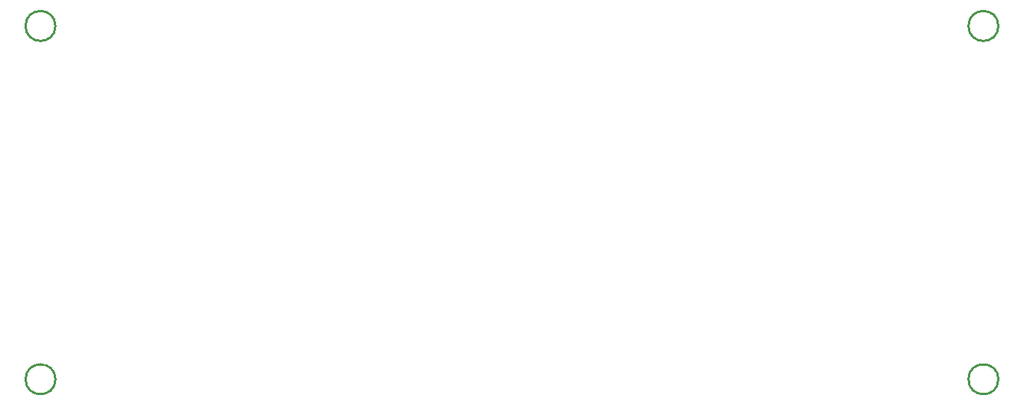
<source format=gko>
G04*
G04 #@! TF.GenerationSoftware,Altium Limited,Altium Designer,24.1.2 (44)*
G04*
G04 Layer_Color=16711935*
%FSTAX44Y44*%
%MOMM*%
G71*
G04*
G04 #@! TF.SameCoordinates,3538205F-3925-4055-AE4A-FF41BFCD8782*
G04*
G04*
G04 #@! TF.FilePolarity,Positive*
G04*
G01*
G75*
%ADD12C,0.2540*%
D12*
X010865Y0003D02*
G03*
X010865Y0003I-000165J0D01*
G01*
Y0042D02*
G03*
X010865Y0042I-000165J0D01*
G01*
X000465D02*
G03*
X000465Y0042I-000165J0D01*
G01*
Y0003D02*
G03*
X000465Y0003I-000165J0D01*
G01*
M02*

</source>
